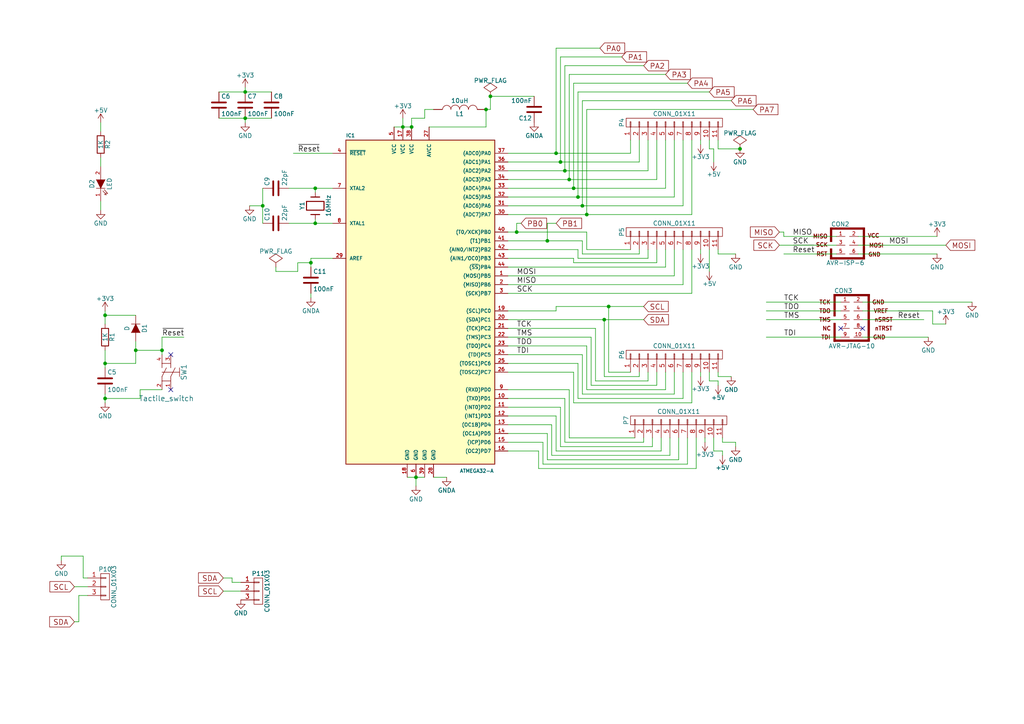
<source format=kicad_sch>
(kicad_sch (version 20230121) (generator eeschema)
  (paper "A4")
  (lib_symbols
    (symbol "i2cio-rescue:+3.3V" (power) (pin_names (offset 0))
      (property "Value" "+3.3V" (at 0 3.556 0))
      (symbol "+3.3V_0_1"
        (polyline (pts (xy -0.762 1.27) (xy 0 2.54)))
        (polyline (pts (xy 0 0) (xy 0 2.54)))
        (polyline (pts (xy 0 2.54) (xy 0.762 1.27)))
      )
      (symbol "+3.3V_1_1"
        (pin power_in line (at 0 0 90) (length 0) hide (name "+3V3") (number "1"))
      )
    )
    (symbol "i2cio-rescue:+5V" (power) (pin_names (offset 0))
      (property "Value" "+5V" (at 0 3.556 0))
      (symbol "+5V_0_1"
        (polyline (pts (xy -0.762 1.27) (xy 0 2.54)))
        (polyline (pts (xy 0 0) (xy 0 2.54)))
        (polyline (pts (xy 0 2.54) (xy 0.762 1.27)))
      )
      (symbol "+5V_1_1"
        (pin power_in line (at 0 0 90) (length 0) hide (name "+5V") (number "1"))
      )
    )
    (symbol "i2cio-rescue:ATMEGA32-A" (pin_names (offset 1.016))
      (property "Reference" "IC" (at -21.59 47.752 0))
      (property "Value" "ATMEGA32-A" (at 11.43 -49.53 0))
      (property "Footprint" "TQFP44" (at 0 0 0))
      (symbol "ATMEGA32-A_0_1"
        (rectangle (start -21.59 46.99) (end 21.59 -46.99) (stroke (width 0.254)) (fill (type background)))
      )
      (symbol "ATMEGA32-A_1_1"
        (pin bidirectional line (at 25.4 7.62 180) (length 3.81) (name "(MOSI)PB5") (number "1"))
        (pin bidirectional line (at 25.4 -27.94 180) (length 3.81) (name "(TXD)PD1") (number "10"))
        (pin bidirectional line (at 25.4 -30.48 180) (length 3.81) (name "(INT0)PD2") (number "11"))
        (pin bidirectional line (at 25.4 -33.02 180) (length 3.81) (name "(INT1)PD3") (number "12"))
        (pin bidirectional line (at 25.4 -35.56 180) (length 3.81) (name "(OC1B)PD4") (number "13"))
        (pin bidirectional line (at 25.4 -38.1 180) (length 3.81) (name "(OC1A)PD5") (number "14"))
        (pin bidirectional line (at 25.4 -40.64 180) (length 3.81) (name "(ICP)PD6") (number "15"))
        (pin bidirectional line (at 25.4 -43.18 180) (length 3.81) (name "(OC2)PD7") (number "16"))
        (pin power_in line (at -5.08 50.8 270) (length 3.81) (name "VCC") (number "17"))
        (pin power_in line (at -3.81 -50.8 90) (length 3.81) (name "GND") (number "18"))
        (pin bidirectional line (at 25.4 -2.54 180) (length 3.81) (name "(SCL)PC0") (number "19"))
        (pin bidirectional line (at 25.4 5.08 180) (length 3.81) (name "(MISO)PB6") (number "2"))
        (pin bidirectional line (at 25.4 -5.08 180) (length 3.81) (name "(SDA)PC1") (number "20"))
        (pin bidirectional line (at 25.4 -7.62 180) (length 3.81) (name "(TCK)PC2") (number "21"))
        (pin bidirectional line (at 25.4 -10.16 180) (length 3.81) (name "(TMS)PC3") (number "22"))
        (pin bidirectional line (at 25.4 -12.7 180) (length 3.81) (name "(TDO)PC4") (number "23"))
        (pin bidirectional line (at 25.4 -15.24 180) (length 3.81) (name "(TDI)PC5") (number "24"))
        (pin bidirectional line (at 25.4 -17.78 180) (length 3.81) (name "(TOSC1)PC6") (number "25"))
        (pin bidirectional line (at 25.4 -20.32 180) (length 3.81) (name "(TOSC2)PC7") (number "26"))
        (pin power_in line (at 2.54 50.8 270) (length 3.81) (name "AVCC") (number "27"))
        (pin power_in line (at 3.81 -50.8 90) (length 3.81) (name "GND") (number "28"))
        (pin power_in line (at -25.4 12.7 0) (length 3.81) (name "AREF") (number "29"))
        (pin bidirectional line (at 25.4 2.54 180) (length 3.81) (name "(SCK)PB7") (number "3"))
        (pin bidirectional line (at 25.4 25.4 180) (length 3.81) (name "(ADC7)PA7") (number "30"))
        (pin bidirectional line (at 25.4 27.94 180) (length 3.81) (name "(ADC6)PA6") (number "31"))
        (pin bidirectional line (at 25.4 30.48 180) (length 3.81) (name "(ADC5)PA5") (number "32"))
        (pin bidirectional line (at 25.4 33.02 180) (length 3.81) (name "(ADC4)PA4") (number "33"))
        (pin bidirectional line (at 25.4 35.56 180) (length 3.81) (name "(ADC3)PA3") (number "34"))
        (pin bidirectional line (at 25.4 38.1 180) (length 3.81) (name "(ADC2)PA2") (number "35"))
        (pin bidirectional line (at 25.4 40.64 180) (length 3.81) (name "(ADC1)PA1") (number "36"))
        (pin bidirectional line (at 25.4 43.18 180) (length 3.81) (name "(ADC0)PA0") (number "37"))
        (pin power_in line (at -2.54 50.8 270) (length 3.81) (name "VCC") (number "38"))
        (pin power_in line (at 1.27 -50.8 90) (length 3.81) (name "GND") (number "39"))
        (pin input line (at -25.4 43.18 0) (length 3.81) (name "~{RESET}") (number "4"))
        (pin bidirectional line (at 25.4 20.32 180) (length 3.81) (name "(T0/XCK)PB0") (number "40"))
        (pin bidirectional line (at 25.4 17.78 180) (length 3.81) (name "(T1)PB1") (number "41"))
        (pin bidirectional line (at 25.4 15.24 180) (length 3.81) (name "(AIN0/INT2)PB2") (number "42"))
        (pin bidirectional line (at 25.4 12.7 180) (length 3.81) (name "(AIN1/OC0)PB3") (number "43"))
        (pin bidirectional line (at 25.4 10.16 180) (length 3.81) (name "(~{SS})PB4") (number "44"))
        (pin power_in line (at -7.62 50.8 270) (length 3.81) (name "VCC") (number "5"))
        (pin power_in line (at -1.27 -50.8 90) (length 3.81) (name "GND") (number "6"))
        (pin bidirectional line (at -25.4 33.02 0) (length 3.81) (name "XTAL2") (number "7"))
        (pin bidirectional line (at -25.4 22.86 0) (length 3.81) (name "XTAL1") (number "8"))
        (pin bidirectional line (at 25.4 -25.4 180) (length 3.81) (name "(RXD)PD0") (number "9"))
      )
    )
    (symbol "i2cio-rescue:AVR-ISP-6" (pin_names (offset 1.016))
      (property "Reference" "CON" (at -2.667 6.096 0))
      (property "Value" "AVR-ISP-6" (at -6.731 -5.842 0))
      (symbol "AVR-ISP-6_0_0"
        (text "SCK" (at -8.001 0.127 0) (effects (font (size 1.143 1.143) bold)))
        (text "VCC" (at 6.985 2.794 0) (effects (font (size 1.143 1.143) bold)))
      )
      (symbol "AVR-ISP-6_0_1"
        (rectangle (start -5.207 -3.556) (end 4.191 -4.064) (fill (type outline)))
        (rectangle (start -5.207 5.08) (end 3.937 4.572) (fill (type outline)))
        (rectangle (start -5.08 -4.064) (end -5.588 -1.016) (fill (type outline)))
        (rectangle (start -5.08 5.08) (end -5.588 1.016) (fill (type outline)))
        (rectangle (start 3.937 5.08) (end 4.445 -4.064) (fill (type outline)))
      )
      (symbol "AVR-ISP-6_1_0"
        (text "GND" (at 7.239 -2.667 0) (effects (font (size 1.143 1.143) bold)))
        (text "MISO" (at -8.4582 2.5908 0) (effects (font (size 1.143 1.143) bold)))
        (text "MOSI" (at 7.7978 -0.0508 0) (effects (font (size 1.143 1.143) bold)))
        (text "RST" (at -8.001 -2.54 0) (effects (font (size 1.143 1.143) bold)))
      )
      (symbol "AVR-ISP-6_1_1"
        (pin passive line (at -3.81 2.54 0) (length 2.54) (name "~") (number "1"))
        (pin passive line (at 2.54 2.54 180) (length 2.54) (name "~") (number "2"))
        (pin passive line (at -3.81 0 0) (length 2.54) (name "~") (number "3"))
        (pin passive line (at 2.54 0 180) (length 2.54) (name "~") (number "4"))
        (pin passive line (at -3.81 -2.54 0) (length 2.54) (name "~") (number "5"))
        (pin passive line (at 2.54 -2.54 180) (length 2.54) (name "~") (number "6"))
      )
    )
    (symbol "i2cio-rescue:AVR-JTAG-10" (pin_names (offset 1.016))
      (property "Reference" "CON" (at -4.318 8.382 0))
      (property "Value" "AVR-JTAG-10" (at -8.636 -8.382 0))
      (symbol "AVR-JTAG-10_0_0"
        (text "GND" (at 5.842 5.08 0) (effects (font (size 1.143 1.143) bold)))
        (text "NC" (at -9.144 -2.54 0) (effects (font (size 1.143 1.143) bold)))
      )
      (symbol "AVR-JTAG-10_0_1"
        (rectangle (start -7.112 -5.842) (end 3.302 -6.35) (fill (type outline)))
        (rectangle (start -7.112 -1.016) (end -6.604 -6.35) (fill (type outline)))
        (rectangle (start -6.604 7.366) (end -7.112 1.016) (fill (type outline)))
        (rectangle (start -6.604 7.366) (end 3.302 6.858) (fill (type outline)))
        (rectangle (start 2.794 7.366) (end 3.302 -5.842) (fill (type outline)))
      )
      (symbol "AVR-JTAG-10_1_0"
        (text "GND" (at 6.096 -5.08 0) (effects (font (size 1.143 1.143) bold)))
        (text "nSRST" (at 7.366 0 0) (effects (font (size 1.143 1.143) bold)))
        (text "nTRST" (at 7.366 -2.54 0) (effects (font (size 1.143 1.143) bold)))
        (text "TCK" (at -9.652 5.08 0) (effects (font (size 1.143 1.143) bold)))
        (text "TDI" (at -9.398 -5.08 0) (effects (font (size 1.143 1.143) bold)))
        (text "TDO" (at -9.652 2.54 0) (effects (font (size 1.143 1.143) bold)))
        (text "TMS" (at -9.652 0 0) (effects (font (size 1.143 1.143) bold)))
        (text "VREF" (at 6.604 2.54 0) (effects (font (size 1.143 1.143) bold)))
      )
      (symbol "AVR-JTAG-10_1_1"
        (pin passive line (at -5.08 5.08 0) (length 2.54) (name "~") (number "1"))
        (pin passive line (at 1.27 -5.08 180) (length 2.54) (name "~") (number "10"))
        (pin passive line (at 1.27 5.08 180) (length 2.54) (name "~") (number "2"))
        (pin passive line (at -5.08 2.54 0) (length 2.54) (name "~") (number "3"))
        (pin passive line (at 1.27 2.54 180) (length 2.54) (name "~") (number "4"))
        (pin passive line (at -5.08 0 0) (length 2.54) (name "~") (number "5"))
        (pin passive line (at 1.27 0 180) (length 2.54) (name "~") (number "6"))
        (pin passive line (at -5.08 -2.54 0) (length 2.54) (name "~") (number "7"))
        (pin passive line (at 1.27 -2.54 180) (length 2.54) (name "~") (number "8"))
        (pin passive line (at -5.08 -5.08 0) (length 2.54) (name "~") (number "9"))
      )
    )
    (symbol "i2cio-rescue:C" (pin_numbers hide) (pin_names (offset 0.254))
      (property "Reference" "C" (at 0.635 2.54 0))
      (property "Value" "C" (at 0.635 -2.54 0))
      (symbol "C_0_1"
        (polyline (pts (xy -2.032 -0.762) (xy 2.032 -0.762)) (stroke (width 0.508)))
        (polyline (pts (xy -2.032 0.762) (xy 2.032 0.762)) (stroke (width 0.508)))
      )
      (symbol "C_1_1"
        (pin passive line (at 0 3.81 270) (length 2.794) (name "~") (number "1"))
        (pin passive line (at 0 -3.81 90) (length 2.794) (name "~") (number "2"))
      )
    )
    (symbol "i2cio-rescue:CONN_01X03" (pin_names (offset 1.016) hide)
      (property "Reference" "P" (at 0 5.08 0))
      (property "Value" "CONN_01X03" (at 2.54 0 90))
      (symbol "CONN_01X03_0_1"
        (rectangle (start -1.27 -2.413) (end 0.254 -2.667))
        (rectangle (start -1.27 0.127) (end 0.254 -0.127))
        (rectangle (start -1.27 2.667) (end 0.254 2.413))
        (rectangle (start -1.27 3.81) (end 1.27 -3.81))
      )
      (symbol "CONN_01X03_1_1"
        (pin passive line (at -5.08 2.54 0) (length 3.81) (name "P1") (number "1"))
        (pin passive line (at -5.08 0 0) (length 3.81) (name "P2") (number "2"))
        (pin passive line (at -5.08 -2.54 0) (length 3.81) (name "P3") (number "3"))
      )
    )
    (symbol "i2cio-rescue:CONN_01X11" (pin_names (offset 1.016) hide)
      (property "Reference" "P" (at 0 15.24 0))
      (property "Value" "CONN_01X11" (at 2.54 0 90))
      (symbol "CONN_01X11_0_1"
        (rectangle (start -1.27 -12.573) (end 0.254 -12.827))
        (rectangle (start -1.27 -10.033) (end 0.254 -10.287))
        (rectangle (start -1.27 -7.493) (end 0.254 -7.747))
        (rectangle (start -1.27 -4.953) (end 0.254 -5.207))
        (rectangle (start -1.27 -2.413) (end 0.254 -2.667))
        (rectangle (start -1.27 0.127) (end 0.254 -0.127))
        (rectangle (start -1.27 2.667) (end 0.254 2.413))
        (rectangle (start -1.27 5.207) (end 0.254 4.953))
        (rectangle (start -1.27 7.747) (end 0.254 7.493))
        (rectangle (start -1.27 10.287) (end 0.254 10.033))
        (rectangle (start -1.27 12.827) (end 0.254 12.573))
        (rectangle (start -1.27 13.97) (end 1.27 -13.97))
      )
      (symbol "CONN_01X11_1_1"
        (pin passive line (at -5.08 12.7 0) (length 3.81) (name "P1") (number "1"))
        (pin passive line (at -5.08 -10.16 0) (length 3.81) (name "P10") (number "10"))
        (pin passive line (at -5.08 -12.7 0) (length 3.81) (name "P11") (number "11"))
        (pin passive line (at -5.08 10.16 0) (length 3.81) (name "P2") (number "2"))
        (pin passive line (at -5.08 7.62 0) (length 3.81) (name "P3") (number "3"))
        (pin passive line (at -5.08 5.08 0) (length 3.81) (name "P4") (number "4"))
        (pin passive line (at -5.08 2.54 0) (length 3.81) (name "P5") (number "5"))
        (pin passive line (at -5.08 0 0) (length 3.81) (name "P6") (number "6"))
        (pin passive line (at -5.08 -2.54 0) (length 3.81) (name "P7") (number "7"))
        (pin passive line (at -5.08 -5.08 0) (length 3.81) (name "P8") (number "8"))
        (pin passive line (at -5.08 -7.62 0) (length 3.81) (name "P9") (number "9"))
      )
    )
    (symbol "i2cio-rescue:Crystal" (pin_numbers hide) (pin_names (offset 1.016) hide)
      (property "Reference" "Y" (at 0 3.81 0))
      (property "Value" "Crystal" (at 0 -3.81 0))
      (symbol "Crystal_0_1"
        (rectangle (start -1.27 2.54) (end 1.27 -2.54) (stroke (width 0.3048)))
        (polyline (pts (xy -2.54 -1.27) (xy -2.54 1.27)) (stroke (width 0.3048)))
        (polyline (pts (xy 2.54 -1.27) (xy 2.54 1.27)) (stroke (width 0.3048)))
      )
      (symbol "Crystal_1_1"
        (pin passive line (at -3.81 0 0) (length 1.27) (name "1") (number "1"))
        (pin passive line (at 3.81 0 180) (length 1.27) (name "2") (number "2"))
      )
    )
    (symbol "i2cio-rescue:D" (pin_numbers hide) (pin_names (offset 1.016) hide)
      (property "Reference" "D" (at 0 2.54 0))
      (property "Value" "D" (at 0 -2.54 0))
      (symbol "D_0_1"
        (polyline (pts (xy -1.27 1.27) (xy -1.27 -1.27)) (stroke (width 0.1524)))
        (polyline (pts (xy 1.27 1.27) (xy -1.27 0) (xy 1.27 -1.27)) (fill (type outline)))
      )
      (symbol "D_1_1"
        (pin passive line (at -3.81 0 0) (length 2.54) (name "K") (number "1"))
        (pin passive line (at 3.81 0 180) (length 2.54) (name "A") (number "2"))
      )
    )
    (symbol "i2cio-rescue:GND" (power) (pin_names (offset 0))
      (property "Value" "GND" (at 0 -3.81 0))
      (symbol "GND_0_1"
        (polyline (pts (xy 0 0) (xy 0 -1.27) (xy 1.27 -1.27) (xy 0 -2.54) (xy -1.27 -1.27) (xy 0 -1.27)))
      )
      (symbol "GND_1_1"
        (pin power_in line (at 0 0 270) (length 0) hide (name "GND") (number "1"))
      )
    )
    (symbol "i2cio-rescue:GNDA" (power) (pin_names (offset 0))
      (property "Value" "GNDA" (at 0 -3.81 0))
      (symbol "GNDA_0_1"
        (polyline (pts (xy 0 0) (xy 0 -1.27) (xy 1.27 -1.27) (xy 0 -2.54) (xy -1.27 -1.27) (xy 0 -1.27)))
      )
      (symbol "GNDA_1_1"
        (pin power_in line (at 0 0 270) (length 0) hide (name "GNDA") (number "1"))
      )
    )
    (symbol "i2cio-rescue:INDUCTOR" (pin_numbers hide) (pin_names (offset 1.016) hide)
      (property "Reference" "L" (at -1.27 0 90))
      (property "Value" "INDUCTOR" (at 2.54 0 90))
      (symbol "INDUCTOR_0_1"
        (arc (start 0.0254 -5.0546) (mid 1.2449 -3.8097) (end 0.0254 -2.54))
        (arc (start 0.0254 -2.5146) (mid 1.2703 -1.2444) (end 0.0254 0.0508))
        (arc (start 0.0254 0.0254) (mid 1.2703 1.2956) (end 0.0254 2.5908))
        (arc (start 0.0254 2.5654) (mid 1.1941 3.7595) (end 0.0254 4.9784))
      )
      (symbol "INDUCTOR_1_1"
        (pin passive line (at 0 7.62 270) (length 2.54) (name "1") (number "1"))
        (pin passive line (at 0 -7.62 90) (length 2.54) (name "2") (number "2"))
      )
    )
    (symbol "i2cio-rescue:LED" (pin_names (offset 1.016) hide)
      (property "Reference" "D" (at 0 2.54 0))
      (property "Value" "LED" (at 0 -2.54 0))
      (symbol "LED_0_1"
        (polyline (pts (xy -1.27 1.27) (xy -1.27 -1.27)))
        (polyline (pts (xy -2.032 -0.635) (xy -3.175 -1.651) (xy -3.048 -1.016)))
        (polyline (pts (xy -1.651 -1.016) (xy -2.794 -2.032) (xy -2.667 -1.397)))
        (polyline (pts (xy 1.27 1.27) (xy -1.27 0) (xy 1.27 -1.27)) (fill (type outline)))
      )
      (symbol "LED_1_1"
        (pin passive line (at -5.08 0 0) (length 3.81) (name "K") (number "1"))
        (pin passive line (at 5.08 0 180) (length 3.81) (name "A") (number "2"))
      )
    )
    (symbol "i2cio-rescue:PWR_FLAG" (power) (pin_numbers hide) (pin_names (offset 0) hide)
      (property "Value" "PWR_FLAG" (at 0 4.572 0))
      (symbol "PWR_FLAG_0_0"
        (pin power_out line (at 0 0 90) (length 0) (name "pwr") (number "1"))
      )
      (symbol "PWR_FLAG_0_1"
        (polyline (pts (xy 0 0) (xy 0 1.27) (xy -1.905 2.54) (xy 0 3.81) (xy 1.905 2.54) (xy 0 1.27)))
      )
    )
    (symbol "i2cio-rescue:R" (pin_numbers hide) (pin_names (offset 0))
      (property "Reference" "R" (at 2.032 0 90))
      (property "Value" "R" (at 0 0 90))
      (symbol "R_0_1"
        (rectangle (start -1.016 -2.54) (end 1.016 2.54) (stroke (width 0.254)))
      )
      (symbol "R_1_1"
        (pin passive line (at 0 3.81 270) (length 1.27) (name "~") (number "1"))
        (pin passive line (at 0 -3.81 90) (length 1.27) (name "~") (number "2"))
      )
    )
    (symbol "i2cio-rescue:Tactile_switch" (pin_names (offset 1.016))
      (property "Reference" "SW" (at 0 6.35 0))
      (property "Value" "Tactile_switch" (at 0 -1.27 0))
      (symbol "Tactile_switch_0_1"
        (polyline (pts (xy -2.54 0) (xy -2.54 2.54)))
        (polyline (pts (xy -2.54 0) (xy -1.27 0)))
        (polyline (pts (xy -2.54 2.54) (xy -1.27 2.54)))
        (polyline (pts (xy -1.27 5.08) (xy 1.27 5.08)))
        (polyline (pts (xy 0 0) (xy 0 5.08)))
        (polyline (pts (xy 1.27 0) (xy -1.27 1.27)))
        (polyline (pts (xy 1.27 0) (xy 2.54 0)))
        (polyline (pts (xy 1.27 2.54) (xy -1.27 3.81)))
        (polyline (pts (xy 1.27 2.54) (xy 2.54 2.54)))
        (polyline (pts (xy 2.54 0) (xy 2.54 2.54)))
      )
      (symbol "Tactile_switch_1_1"
        (pin input line (at 5.08 2.54 180) (length 2.54) (name "~") (number "1"))
        (pin bidirectional line (at 5.08 0 180) (length 2.54) (name "~") (number "2"))
        (pin bidirectional line (at -5.08 2.54 0) (length 2.54) (name "~") (number "3"))
        (pin bidirectional line (at -5.08 0 0) (length 2.54) (name "~") (number "4"))
      )
    )
  )
  (junction (at 91.44 64.77))
  (junction (at 39.37 101.6))
  (junction (at 149.86 67.31))
  (junction (at 30.48 105.41))
  (junction (at 176.53 88.9))
  (junction (at 166.37 54.61))
  (junction (at 167.64 57.15))
  (junction (at 161.29 44.45))
  (junction (at 76.2 59.69))
  (junction (at 116.84 36.83))
  (junction (at 120.65 138.43))
  (junction (at 170.18 62.23))
  (junction (at 142.24 27.94))
  (junction (at 162.56 46.99))
  (junction (at 71.12 26.67))
  (junction (at 163.83 49.53))
  (junction (at 168.91 59.69))
  (junction (at 140.97 31.75))
  (junction (at 71.12 34.29))
  (junction (at 90.17 76.2))
  (junction (at 91.44 54.61))
  (junction (at 165.1 52.07))
  (junction (at 214.63 43.18))
  (junction (at 30.48 115.57))
  (junction (at 158.75 69.85))
  (junction (at 175.26 92.71))
  (junction (at 119.38 36.83))
  (junction (at 30.48 91.44))
  (junction (at 46.99 101.6))
  (no_connect (at 49.53 113.03))
  (no_connect (at 243.84 95.25))
  (no_connect (at 49.53 102.87))
  (no_connect (at 250.19 95.25))
  (wire (pts (xy 123.19 34.29) (xy 123.19 31.75)))
  (wire (pts (xy 187.96 49.53) (xy 187.96 40.64)))
  (wire (pts (xy 39.37 101.6) (xy 46.99 101.6)))
  (wire (pts (xy 182.88 44.45) (xy 182.88 40.64)))
  (wire (pts (xy 116.84 36.83) (xy 116.84 34.29)))
  (wire (pts (xy 199.39 134.62) (xy 199.39 127)))
  (wire (pts (xy 72.39 59.69) (xy 76.2 59.69)))
  (wire (pts (xy 91.44 55.88) (xy 91.44 54.61)))
  (wire (pts (xy 248.92 68.58) (xy 271.78 68.58)))
  (wire (pts (xy 147.32 107.95) (xy 166.37 107.95)))
  (wire (pts (xy 147.32 54.61) (xy 166.37 54.61)))
  (wire (pts (xy 90.17 74.93) (xy 96.52 74.93)))
  (wire (pts (xy 243.84 90.17) (xy 222.25 90.17)))
  (wire (pts (xy 147.32 46.99) (xy 162.56 46.99)))
  (wire (pts (xy 190.5 76.2) (xy 190.5 72.39)))
  (wire (pts (xy 170.18 62.23) (xy 200.66 62.23)))
  (wire (pts (xy 142.24 27.94) (xy 154.94 27.94)))
  (wire (pts (xy 30.48 114.3) (xy 30.48 115.57)))
  (wire (pts (xy 160.02 132.08) (xy 194.31 132.08)))
  (wire (pts (xy 147.32 90.17) (xy 161.29 90.17)))
  (wire (pts (xy 158.75 133.35) (xy 196.85 133.35)))
  (wire (pts (xy 226.06 71.12) (xy 242.57 71.12)))
  (wire (pts (xy 116.84 36.83) (xy 119.38 36.83)))
  (wire (pts (xy 120.65 138.43) (xy 120.65 140.97)))
  (wire (pts (xy 91.44 63.5) (xy 91.44 64.77)))
  (wire (pts (xy 156.21 130.81) (xy 156.21 135.89)))
  (wire (pts (xy 250.19 87.63) (xy 281.94 87.63)))
  (wire (pts (xy 163.83 128.27) (xy 186.69 128.27)))
  (wire (pts (xy 168.91 29.21) (xy 168.91 59.69)))
  (wire (pts (xy 167.64 57.15) (xy 195.58 57.15)))
  (wire (pts (xy 21.59 170.18) (xy 25.4 170.18)))
  (wire (pts (xy 147.32 85.09) (xy 200.66 85.09)))
  (wire (pts (xy 165.1 21.59) (xy 165.1 52.07)))
  (wire (pts (xy 185.42 73.66) (xy 185.42 72.39)))
  (wire (pts (xy 170.18 113.03) (xy 193.04 113.03)))
  (wire (pts (xy 123.19 31.75) (xy 125.73 31.75)))
  (wire (pts (xy 29.21 38.1) (xy 29.21 35.56)))
  (wire (pts (xy 162.56 129.54) (xy 189.23 129.54)))
  (wire (pts (xy 140.97 31.75) (xy 142.24 31.75)))
  (wire (pts (xy 176.53 88.9) (xy 186.69 88.9)))
  (wire (pts (xy 76.2 59.69) (xy 76.2 64.77)))
  (wire (pts (xy 30.48 105.41) (xy 30.48 106.68)))
  (wire (pts (xy 170.18 100.33) (xy 170.18 113.03)))
  (wire (pts (xy 205.74 40.64) (xy 205.74 43.18)))
  (wire (pts (xy 147.32 52.07) (xy 165.1 52.07)))
  (wire (pts (xy 147.32 77.47) (xy 193.04 77.47)))
  (wire (pts (xy 189.23 129.54) (xy 189.23 127)))
  (wire (pts (xy 218.44 31.75) (xy 170.18 31.75)))
  (wire (pts (xy 24.13 161.29) (xy 17.78 161.29)))
  (wire (pts (xy 171.45 97.79) (xy 171.45 111.76)))
  (wire (pts (xy 71.12 26.67) (xy 71.12 25.4)))
  (wire (pts (xy 161.29 88.9) (xy 176.53 88.9)))
  (wire (pts (xy 83.82 64.77) (xy 91.44 64.77)))
  (wire (pts (xy 46.99 97.79) (xy 46.99 101.6)))
  (wire (pts (xy 186.69 19.05) (xy 163.83 19.05)))
  (wire (pts (xy 200.66 62.23) (xy 200.66 40.64)))
  (wire (pts (xy 22.86 172.72) (xy 25.4 172.72)))
  (wire (pts (xy 242.57 73.66) (xy 227.33 73.66)))
  (wire (pts (xy 172.72 95.25) (xy 172.72 110.49)))
  (wire (pts (xy 250.19 97.79) (xy 269.24 97.79)))
  (wire (pts (xy 203.2 40.64) (xy 203.2 41.91)))
  (wire (pts (xy 147.32 125.73) (xy 158.75 125.73)))
  (wire (pts (xy 208.28 109.22) (xy 212.09 109.22)))
  (wire (pts (xy 147.32 120.65) (xy 161.29 120.65)))
  (wire (pts (xy 22.86 180.34) (xy 22.86 172.72)))
  (wire (pts (xy 147.32 74.93) (xy 166.37 74.93)))
  (wire (pts (xy 17.78 161.29) (xy 17.78 162.56)))
  (wire (pts (xy 46.99 101.6) (xy 46.99 102.87)))
  (wire (pts (xy 193.04 54.61) (xy 193.04 40.64)))
  (wire (pts (xy 114.3 36.83) (xy 116.84 36.83)))
  (wire (pts (xy 166.37 116.84) (xy 200.66 116.84)))
  (wire (pts (xy 195.58 114.3) (xy 195.58 107.95)))
  (wire (pts (xy 204.47 128.27) (xy 204.47 127)))
  (wire (pts (xy 162.56 118.11) (xy 162.56 129.54)))
  (wire (pts (xy 161.29 130.81) (xy 191.77 130.81)))
  (wire (pts (xy 167.64 115.57) (xy 198.12 115.57)))
  (wire (pts (xy 147.32 97.79) (xy 171.45 97.79)))
  (wire (pts (xy 167.64 72.39) (xy 167.64 74.93)))
  (wire (pts (xy 200.66 116.84) (xy 200.66 107.95)))
  (wire (pts (xy 173.99 13.97) (xy 161.29 13.97)))
  (wire (pts (xy 71.12 26.67) (xy 78.74 26.67)))
  (wire (pts (xy 209.55 130.81) (xy 209.55 132.08)))
  (wire (pts (xy 180.34 16.51) (xy 162.56 16.51)))
  (wire (pts (xy 165.1 127) (xy 184.15 127)))
  (wire (pts (xy 30.48 101.6) (xy 30.48 105.41)))
  (wire (pts (xy 158.75 69.85) (xy 168.91 69.85)))
  (wire (pts (xy 208.28 107.95) (xy 208.28 109.22)))
  (wire (pts (xy 208.28 72.39) (xy 208.28 73.66)))
  (wire (pts (xy 156.21 135.89) (xy 201.93 135.89)))
  (wire (pts (xy 205.74 107.95) (xy 205.74 110.49)))
  (wire (pts (xy 170.18 67.31) (xy 170.18 72.39)))
  (wire (pts (xy 147.32 130.81) (xy 156.21 130.81)))
  (wire (pts (xy 209.55 128.27) (xy 213.36 128.27)))
  (wire (pts (xy 175.26 92.71) (xy 175.26 109.22)))
  (wire (pts (xy 208.28 73.66) (xy 213.36 73.66)))
  (wire (pts (xy 185.42 46.99) (xy 185.42 40.64)))
  (wire (pts (xy 185.42 109.22) (xy 185.42 107.95)))
  (wire (pts (xy 147.32 100.33) (xy 170.18 100.33)))
  (wire (pts (xy 166.37 74.93) (xy 166.37 76.2)))
  (wire (pts (xy 29.21 45.72) (xy 29.21 48.26)))
  (wire (pts (xy 40.64 113.03) (xy 40.64 115.57)))
  (wire (pts (xy 163.83 49.53) (xy 187.96 49.53)))
  (wire (pts (xy 165.1 52.07) (xy 190.5 52.07)))
  (wire (pts (xy 24.13 161.29) (xy 24.13 167.64)))
  (wire (pts (xy 147.32 105.41) (xy 167.64 105.41)))
  (wire (pts (xy 270.51 90.17) (xy 270.51 93.98)))
  (wire (pts (xy 118.11 138.43) (xy 120.65 138.43)))
  (wire (pts (xy 147.32 67.31) (xy 149.86 67.31)))
  (wire (pts (xy 40.64 115.57) (xy 30.48 115.57)))
  (wire (pts (xy 30.48 90.17) (xy 30.48 91.44)))
  (wire (pts (xy 91.44 64.77) (xy 96.52 64.77)))
  (wire (pts (xy 212.09 29.21) (xy 168.91 29.21)))
  (wire (pts (xy 142.24 31.75) (xy 142.24 27.94)))
  (wire (pts (xy 209.55 127) (xy 209.55 128.27)))
  (wire (pts (xy 195.58 80.01) (xy 195.58 72.39)))
  (wire (pts (xy 243.84 92.71) (xy 222.25 92.71)))
  (wire (pts (xy 201.93 135.89) (xy 201.93 127)))
  (wire (pts (xy 190.5 52.07) (xy 190.5 40.64)))
  (wire (pts (xy 198.12 59.69) (xy 198.12 40.64)))
  (wire (pts (xy 205.74 43.18) (xy 207.01 43.18)))
  (wire (pts (xy 120.65 138.43) (xy 123.19 138.43)))
  (wire (pts (xy 162.56 46.99) (xy 185.42 46.99)))
  (wire (pts (xy 86.36 76.2) (xy 90.17 76.2)))
  (wire (pts (xy 39.37 105.41) (xy 30.48 105.41)))
  (wire (pts (xy 157.48 134.62) (xy 199.39 134.62)))
  (wire (pts (xy 147.32 102.87) (xy 168.91 102.87)))
  (wire (pts (xy 71.12 34.29) (xy 71.12 35.56)))
  (wire (pts (xy 270.51 93.98) (xy 274.32 93.98)))
  (wire (pts (xy 147.32 115.57) (xy 163.83 115.57)))
  (wire (pts (xy 40.64 113.03) (xy 46.99 113.03)))
  (wire (pts (xy 161.29 44.45) (xy 182.88 44.45)))
  (wire (pts (xy 90.17 76.2) (xy 90.17 77.47)))
  (wire (pts (xy 208.28 40.64) (xy 208.28 43.18)))
  (wire (pts (xy 90.17 86.36) (xy 90.17 85.09)))
  (wire (pts (xy 166.37 107.95) (xy 166.37 116.84)))
  (wire (pts (xy 161.29 120.65) (xy 161.29 130.81)))
  (wire (pts (xy 161.29 13.97) (xy 161.29 44.45)))
  (wire (pts (xy 248.92 71.12) (xy 274.32 71.12)))
  (wire (pts (xy 170.18 72.39) (xy 182.88 72.39)))
  (wire (pts (xy 158.75 64.77) (xy 158.75 69.85)))
  (wire (pts (xy 147.32 118.11) (xy 162.56 118.11)))
  (wire (pts (xy 167.64 26.67) (xy 205.74 26.67)))
  (wire (pts (xy 124.46 36.83) (xy 140.97 36.83)))
  (wire (pts (xy 207.01 43.18) (xy 207.01 46.99)))
  (wire (pts (xy 193.04 77.47) (xy 193.04 72.39)))
  (wire (pts (xy 168.91 59.69) (xy 198.12 59.69)))
  (wire (pts (xy 242.57 68.58) (xy 227.33 68.58)))
  (wire (pts (xy 67.31 167.64) (xy 67.31 168.91)))
  (wire (pts (xy 168.91 114.3) (xy 195.58 114.3)))
  (wire (pts (xy 187.96 74.93) (xy 187.96 72.39)))
  (wire (pts (xy 199.39 24.13) (xy 166.37 24.13)))
  (wire (pts (xy 29.21 58.42) (xy 29.21 60.96)))
  (wire (pts (xy 96.52 44.45) (xy 85.09 44.45)))
  (wire (pts (xy 161.29 90.17) (xy 161.29 88.9)))
  (wire (pts (xy 147.32 57.15) (xy 167.64 57.15)))
  (wire (pts (xy 205.74 72.39) (xy 205.74 78.74)))
  (wire (pts (xy 203.2 72.39) (xy 203.2 73.66)))
  (wire (pts (xy 30.48 115.57) (xy 30.48 116.84)))
  (wire (pts (xy 162.56 16.51) (xy 162.56 46.99)))
  (wire (pts (xy 39.37 99.06) (xy 39.37 101.6)))
  (wire (pts (xy 160.02 123.19) (xy 160.02 132.08)))
  (wire (pts (xy 195.58 57.15) (xy 195.58 40.64)))
  (wire (pts (xy 149.86 64.77) (xy 149.86 67.31)))
  (wire (pts (xy 147.32 128.27) (xy 157.48 128.27)))
  (wire (pts (xy 39.37 101.6) (xy 39.37 105.41)))
  (wire (pts (xy 203.2 107.95) (xy 203.2 109.22)))
  (wire (pts (xy 86.36 78.74) (xy 86.36 76.2)))
  (wire (pts (xy 194.31 132.08) (xy 194.31 127)))
  (wire (pts (xy 147.32 59.69) (xy 168.91 59.69)))
  (wire (pts (xy 207.01 127) (xy 207.01 130.81)))
  (wire (pts (xy 198.12 82.55) (xy 198.12 72.39)))
  (wire (pts (xy 80.01 77.47) (xy 80.01 78.74)))
  (wire (pts (xy 187.96 110.49) (xy 187.96 107.95)))
  (wire (pts (xy 193.04 21.59) (xy 165.1 21.59)))
  (wire (pts (xy 90.17 74.93) (xy 90.17 76.2)))
  (wire (pts (xy 175.26 92.71) (xy 186.69 92.71)))
  (wire (pts (xy 147.32 49.53) (xy 163.83 49.53)))
  (wire (pts (xy 151.13 64.77) (xy 149.86 64.77)))
  (wire (pts (xy 147.32 82.55) (xy 198.12 82.55)))
  (wire (pts (xy 171.45 111.76) (xy 190.5 111.76)))
  (wire (pts (xy 200.66 85.09) (xy 200.66 72.39)))
  (wire (pts (xy 196.85 133.35) (xy 196.85 127)))
  (wire (pts (xy 168.91 102.87) (xy 168.91 114.3)))
  (wire (pts (xy 165.1 113.03) (xy 165.1 127)))
  (wire (pts (xy 147.32 62.23) (xy 170.18 62.23)))
  (wire (pts (xy 64.77 171.45) (xy 69.85 171.45)))
  (wire (pts (xy 147.32 69.85) (xy 158.75 69.85)))
  (wire (pts (xy 170.18 31.75) (xy 170.18 62.23)))
  (wire (pts (xy 166.37 76.2) (xy 190.5 76.2)))
  (wire (pts (xy 250.19 92.71) (xy 267.97 92.71)))
  (wire (pts (xy 147.32 72.39) (xy 167.64 72.39)))
  (wire (pts (xy 30.48 91.44) (xy 39.37 91.44)))
  (wire (pts (xy 30.48 91.44) (xy 30.48 93.98)))
  (wire (pts (xy 161.29 64.77) (xy 158.75 64.77)))
  (wire (pts (xy 125.73 138.43) (xy 129.54 138.43)))
  (wire (pts (xy 176.53 88.9) (xy 176.53 107.95)))
  (wire (pts (xy 147.32 92.71) (xy 175.26 92.71)))
  (wire (pts (xy 64.77 167.64) (xy 67.31 167.64)))
  (wire (pts (xy 24.13 167.64) (xy 25.4 167.64)))
  (wire (pts (xy 250.19 90.17) (xy 270.51 90.17)))
  (wire (pts (xy 147.32 44.45) (xy 161.29 44.45)))
  (wire (pts (xy 198.12 115.57) (xy 198.12 107.95)))
  (wire (pts (xy 172.72 110.49) (xy 187.96 110.49)))
  (wire (pts (xy 157.48 128.27) (xy 157.48 134.62)))
  (wire (pts (xy 248.92 73.66) (xy 271.78 73.66)))
  (wire (pts (xy 186.69 128.27) (xy 186.69 127)))
  (wire (pts (xy 163.83 19.05) (xy 163.83 49.53)))
  (wire (pts (xy 76.2 54.61) (xy 76.2 59.69)))
  (wire (pts (xy 208.28 43.18) (xy 214.63 43.18)))
  (wire (pts (xy 213.36 128.27) (xy 213.36 129.54)))
  (wire (pts (xy 167.64 105.41) (xy 167.64 115.57)))
  (wire (pts (xy 163.83 115.57) (xy 163.83 128.27)))
  (wire (pts (xy 147.32 80.01) (xy 195.58 80.01)))
  (wire (pts (xy 167.64 74.93) (xy 187.96 74.93)))
  (wire (pts (xy 191.77 130.81) (xy 191.77 127)))
  (wire (pts (xy 207.01 130.81) (xy 209.55 130.81)))
  (wire (pts (xy 63.5 26.67) (xy 71.12 26.67)))
  (wire (pts (xy 147.32 123.19) (xy 160.02 123.19)))
  (wire (pts (xy 168.91 69.85) (xy 168.91 73.66)))
  (wire (pts (xy 147.32 113.03) (xy 165.1 113.03)))
  (wire (pts (xy 193.04 113.03) (xy 193.04 107.95)))
  (wire (pts (xy 227.33 68.58) (xy 227.33 67.31)))
  (wire (pts (xy 83.82 54.61) (xy 91.44 54.61)))
  (wire (pts (xy 149.86 67.31) (xy 170.18 67.31)))
  (wire (pts (xy 158.75 125.73) (xy 158.75 133.35)))
  (wire (pts (xy 176.53 107.95) (xy 182.88 107.95)))
  (wire (pts (xy 119.38 36.83) (xy 119.38 34.29)))
  (wire (pts (xy 167.64 26.67) (xy 167.64 57.15)))
  (wire (pts (xy 190.5 111.76) (xy 190.5 107.95)))
  (wire (pts (xy 166.37 54.61) (xy 193.04 54.61)))
  (wire (pts (xy 243.84 97.79) (xy 222.25 97.79)))
  (wire (pts (xy 63.5 34.29) (xy 71.12 34.29)))
  (wire (pts (xy 205.74 110.49) (xy 208.28 110.49)))
  (wire (pts (xy 243.84 87.63) (xy 222.25 87.63)))
  (wire (pts (xy 91.44 54.61) (xy 96.52 54.61)))
  (wire (pts (xy 46.99 97.79) (xy 53.34 97.79)))
  (wire (pts (xy 140.97 36.83) (xy 140.97 31.75)))
  (wire (pts (xy 119.38 34.29) (xy 123.19 34.29)))
  (wire (pts (xy 166.37 24.13) (xy 166.37 54.61)))
  (wire (pts (xy 67.31 168.91) (xy 69.85 168.91)))
  (wire (pts (xy 168.91 73.66) (xy 185.42 73.66)))
  (wire (pts (xy 227.33 67.31) (xy 226.06 67.31)))
  (wire (pts (xy 175.26 109.22) (xy 185.42 109.22)))
  (wire (pts (xy 80.01 78.74) (xy 86.36 78.74)))
  (wire (pts (xy 71.12 34.29) (xy 78.74 34.29)))
  (wire (pts (xy 21.59 180.34) (xy 22.86 180.34)))
  (wire (pts (xy 147.32 95.25) (xy 172.72 95.25)))
  (wire (pts (xy 208.28 110.49) (xy 208.28 111.76)))
  (label "TDI" (at 227.33 97.79 0) (effects (font (size 1.524 1.524))))
  (label "TDO" (at 227.33 90.17 0) (effects (font (size 1.524 1.524))))
  (label "~{Reset}" (at 86.36 44.45 0) (effects (font (size 1.524 1.524))))
  (label "SCK" (at 149.86 85.09 0) (effects (font (size 1.524 1.524))))
  (label "TCK" (at 227.33 87.63 0) (effects (font (size 1.524 1.524))))
  (label "~{Reset}" (at 260.35 92.71 0) (effects (font (size 1.524 1.524))))
  (label "~{Reset}" (at 229.87 73.66 0) (effects (font (size 1.524 1.524))))
  (label "SCK" (at 229.87 71.12 0) (effects (font (size 1.524 1.524))))
  (label "MOSI" (at 257.81 71.12 0) (effects (font (size 1.524 1.524))))
  (label "TCK" (at 149.86 95.25 0) (effects (font (size 1.524 1.524))))
  (label "TDI" (at 149.86 102.87 0) (effects (font (size 1.524 1.524))))
  (label "TDO" (at 149.86 100.33 0) (effects (font (size 1.524 1.524))))
  (label "MISO" (at 229.87 68.58 0) (effects (font (size 1.524 1.524))))
  (label "MOSI" (at 149.86 80.01 0) (effects (font (size 1.524 1.524))))
  (label "TMS" (at 227.33 92.71 0) (effects (font (size 1.524 1.524))))
  (label "MISO" (at 149.86 82.55 0) (effects (font (size 1.524 1.524))))
  (label "~{Reset}" (at 46.99 97.79 0) (effects (font (size 1.524 1.524))))
  (label "TMS" (at 149.86 97.79 0) (effects (font (size 1.524 1.524))))
  (global_label "SCK" (shape input) (at 226.06 71.12 180) (effects (font (size 1.524 1.524))) (property "Intersheetrefs" "${INTERSHEET_REFS}" (effects hide)))
  (global_label "PA3" (shape input) (at 193.04 21.59 0) (effects (font (size 1.524 1.524))) (property "Intersheetrefs" "${INTERSHEET_REFS}" (effects hide)))
  (global_label "SDA" (shape input) (at 186.69 92.71 0) (effects (font (size 1.524 1.524))) (property "Intersheetrefs" "${INTERSHEET_REFS}" (effects hide)))
  (global_label "PA5" (shape input) (at 205.74 26.67 0) (effects (font (size 1.524 1.524))) (property "Intersheetrefs" "${INTERSHEET_REFS}" (effects hide)))
  (global_label "SDA" (shape input) (at 64.77 167.64 180) (effects (font (size 1.524 1.524))) (property "Intersheetrefs" "${INTERSHEET_REFS}" (effects hide)))
  (global_label "PA6" (shape input) (at 212.09 29.21 0) (effects (font (size 1.524 1.524))) (property "Intersheetrefs" "${INTERSHEET_REFS}" (effects hide)))
  (global_label "MOSI" (shape input) (at 274.32 71.12 0) (effects (font (size 1.524 1.524))) (property "Intersheetrefs" "${INTERSHEET_REFS}" (effects hide)))
  (global_label "PB1" (shape input) (at 161.29 64.77 0) (effects (font (size 1.524 1.524))) (property "Intersheetrefs" "${INTERSHEET_REFS}" (effects hide)))
  (global_label "PA4" (shape input) (at 199.39 24.13 0) (effects (font (size 1.524 1.524))) (property "Intersheetrefs" "${INTERSHEET_REFS}" (effects hide)))
  (global_label "MISO" (shape input) (at 226.06 67.31 180) (effects (font (size 1.524 1.524))) (property "Intersheetrefs" "${INTERSHEET_REFS}" (effects hide)))
  (global_label "PA2" (shape input) (at 186.69 19.05 0) (effects (font (size 1.524 1.524))) (property "Intersheetrefs" "${INTERSHEET_REFS}" (effects hide)))
  (global_label "PA0" (shape input) (at 173.99 13.97 0) (effects (font (size 1.524 1.524))) (property "Intersheetrefs" "${INTERSHEET_REFS}" (effects hide)))
  (global_label "PA1" (shape input) (at 180.34 16.51 0) (effects (font (size 1.524 1.524))) (property "Intersheetrefs" "${INTERSHEET_REFS}" (effects hide)))
  (global_label "SCL" (shape input) (at 21.59 170.18 180) (effects (font (size 1.524 1.524))) (property "Intersheetrefs" "${INTERSHEET_REFS}" (effects hide)))
  (global_label "SCL" (shape input) (at 186.69 88.9 0) (effects (font (size 1.524 1.524))) (property "Intersheetrefs" "${INTERSHEET_REFS}" (effects hide)))
  (global_label "PA7" (shape input) (at 218.44 31.75 0) (effects (font (size 1.524 1.524))) (property "Intersheetrefs" "${INTERSHEET_REFS}" (effects hide)))
  (global_label "PB0" (shape input) (at 151.13 64.77 0) (effects (font (size 1.524 1.524))) (property "Intersheetrefs" "${INTERSHEET_REFS}" (effects hide)))
  (global_label "SDA" (shape input) (at 21.59 180.34 180) (effects (font (size 1.524 1.524))) (property "Intersheetrefs" "${INTERSHEET_REFS}" (effects hide)))
  (global_label "SCL" (shape input) (at 64.77 171.45 180) (effects (font (size 1.524 1.524))) (property "Intersheetrefs" "${INTERSHEET_REFS}" (effects hide)))
  (symbol (lib_id "i2cio-rescue:ATMEGA32-A") (at 121.92 87.63 0) (unit 1)
    (property "Reference" "IC1" (at 100.33 39.878 0) (effects (font (size 1.016 1.016)) (justify left bottom)))
    (property "Value" "ATMEGA32-A" (at 133.35 137.16 0) (effects (font (size 1.016 1.016)) (justify left bottom)))
    (property "Footprint" "amol_parts_footprints:TQFP-44-1EP_10x10mm_Pitch0.8mm" (effects hide))
  )
  (symbol (lib_id "i2cio-rescue:AVR-ISP-6") (at 246.38 71.12 0) (unit 1)
    (property "Reference" "CON2" (at 243.713 65.024 0))
    (property "Value" "AVR-ISP-6" (at 239.649 76.962 0) (effects (justify left bottom)))
    (property "Footprint" "Pin_Headers:Pin_Header_Straight_2x03" (effects hide))
  )
  (symbol (lib_id "i2cio-rescue:AVR-JTAG-10") (at 248.92 92.71 0) (unit 1)
    (property "Reference" "CON3" (at 244.602 84.328 0))
    (property "Value" "AVR-JTAG-10" (at 240.284 101.092 0) (effects (justify left bottom)))
    (property "Footprint" "Pin_Headers:Pin_Header_Straight_2x05" (effects hide))
  )
  (symbol (lib_id "i2cio-rescue:GND") (at 120.65 140.97 0) (unit 1)
    (property "Reference" "#PWR014" (effects hide))
    (property "Value" "GND" (at 120.65 144.78 0))
  )
  (symbol (lib_id "i2cio-rescue:GNDA") (at 90.17 86.36 0) (unit 1)
    (property "Reference" "#PWR015" (effects hide))
    (property "Value" "GNDA" (at 90.17 90.17 0))
  )
  (symbol (lib_id "i2cio-rescue:+3.3V") (at 116.84 34.29 0) (unit 1)
    (property "Reference" "#PWR016" (effects hide))
    (property "Value" "+3.3V" (at 116.84 30.734 0))
  )
  (symbol (lib_id "i2cio-rescue:INDUCTOR") (at 133.35 31.75 90) (unit 1)
    (property "Reference" "L1" (at 133.35 33.02 90))
    (property "Value" "10uH" (at 133.35 29.21 90))
    (property "Footprint" "amol_parts_footprints:1206_HandSoldering" (effects hide))
  )
  (symbol (lib_id "i2cio-rescue:C") (at 154.94 31.75 180) (unit 1)
    (property "Reference" "C12" (at 154.305 34.29 0) (effects (justify left)))
    (property "Value" "100nF" (at 154.305 29.21 0) (effects (justify left)))
    (property "Footprint" "amol_parts_footprints:0805_HandSoldering" (effects hide))
  )
  (symbol (lib_id "i2cio-rescue:Crystal") (at 91.44 59.69 90) (unit 1)
    (property "Reference" "Y1" (at 87.63 59.69 0))
    (property "Value" "16MHz" (at 95.25 59.69 0))
    (property "Footprint" "Crystals:Crystal_HC49-U_Vertical" (effects hide))
  )
  (symbol (lib_id "i2cio-rescue:C") (at 80.01 54.61 90) (unit 1)
    (property "Reference" "C9" (at 77.47 53.975 0) (effects (justify left)))
    (property "Value" "22pF" (at 82.55 53.975 0) (effects (justify left)))
    (property "Footprint" "amol_parts_footprints:0805_HandSoldering" (effects hide))
  )
  (symbol (lib_id "i2cio-rescue:C") (at 80.01 64.77 90) (unit 1)
    (property "Reference" "C10" (at 77.47 64.135 0) (effects (justify left)))
    (property "Value" "22pF" (at 82.55 64.135 0) (effects (justify left)))
    (property "Footprint" "amol_parts_footprints:0805_HandSoldering" (effects hide))
  )
  (symbol (lib_id "i2cio-rescue:GND") (at 72.39 59.69 0) (unit 1)
    (property "Reference" "#PWR017" (effects hide))
    (property "Value" "GND" (at 72.39 63.5 0))
  )
  (symbol (lib_id "i2cio-rescue:GNDA") (at 154.94 35.56 0) (unit 1)
    (property "Reference" "#PWR018" (effects hide))
    (property "Value" "GNDA" (at 154.94 39.37 0))
  )
  (symbol (lib_id "i2cio-rescue:Tactile_switch") (at 46.99 107.95 270) (unit 1)
    (property "Reference" "SW1" (at 53.34 107.95 0) (effects (font (size 1.524 1.524))))
    (property "Value" "Tactile_switch" (at 48.26 115.57 90) (effects (font (size 1.524 1.524))))
    (property "Footprint" "amol_parts_footprints:SW_PUSH_SMALL" (effects hide))
  )
  (symbol (lib_id "i2cio-rescue:C") (at 30.48 110.49 0) (unit 1)
    (property "Reference" "C5" (at 31.115 107.95 0) (effects (justify left)))
    (property "Value" "100nF" (at 31.115 113.03 0) (effects (justify left)))
    (property "Footprint" "amol_parts_footprints:0805_HandSoldering" (effects hide))
  )
  (symbol (lib_id "i2cio-rescue:R") (at 30.48 97.79 0) (unit 1)
    (property "Reference" "R1" (at 32.512 97.79 90))
    (property "Value" "1K" (at 30.48 97.79 90))
    (property "Footprint" "amol_parts_footprints:0805_HandSoldering" (effects hide))
  )
  (symbol (lib_id "i2cio-rescue:GND") (at 30.48 116.84 0) (unit 1)
    (property "Reference" "#PWR019" (effects hide))
    (property "Value" "GND" (at 30.48 120.65 0))
  )
  (symbol (lib_id "i2cio-rescue:+3.3V") (at 30.48 90.17 0) (unit 1)
    (property "Reference" "#PWR020" (effects hide))
    (property "Value" "+3.3V" (at 30.48 86.614 0))
  )
  (symbol (lib_id "i2cio-rescue:D") (at 39.37 95.25 270) (unit 1)
    (property "Reference" "D1" (at 41.91 95.25 0))
    (property "Value" "D" (at 36.83 95.25 0))
    (property "Footprint" "amol_parts_footprints:0805_HandSoldering" (effects hide))
  )
  (symbol (lib_id "i2cio-rescue:C") (at 90.17 81.28 0) (unit 1)
    (property "Reference" "C11" (at 90.805 78.74 0) (effects (justify left)))
    (property "Value" "100nF" (at 90.805 83.82 0) (effects (justify left)))
    (property "Footprint" "amol_parts_footprints:0805_HandSoldering" (effects hide))
  )
  (symbol (lib_id "i2cio-rescue:C") (at 63.5 30.48 0) (unit 1)
    (property "Reference" "C6" (at 64.135 27.94 0) (effects (justify left)))
    (property "Value" "100nF" (at 64.135 33.02 0) (effects (justify left)))
    (property "Footprint" "amol_parts_footprints:0805_HandSoldering" (effects hide))
  )
  (symbol (lib_id "i2cio-rescue:C") (at 71.12 30.48 0) (unit 1)
    (property "Reference" "C7" (at 71.755 27.94 0) (effects (justify left)))
    (property "Value" "100nF" (at 71.755 33.02 0) (effects (justify left)))
    (property "Footprint" "amol_parts_footprints:0805_HandSoldering" (effects hide))
  )
  (symbol (lib_id "i2cio-rescue:C") (at 78.74 30.48 0) (unit 1)
    (property "Reference" "C8" (at 79.375 27.94 0) (effects (justify left)))
    (property "Value" "100nF" (at 79.375 33.02 0) (effects (justify left)))
    (property "Footprint" "amol_parts_footprints:0805_HandSoldering" (effects hide))
  )
  (symbol (lib_id "i2cio-rescue:+3.3V") (at 71.12 25.4 0) (unit 1)
    (property "Reference" "#PWR021" (effects hide))
    (property "Value" "+3.3V" (at 71.12 21.844 0))
  )
  (symbol (lib_id "i2cio-rescue:GND") (at 71.12 35.56 0) (unit 1)
    (property "Reference" "#PWR022" (effects hide))
    (property "Value" "GND" (at 71.12 39.37 0))
  )
  (symbol (lib_id "i2cio-rescue:+3.3V") (at 271.78 68.58 0) (unit 1)
    (property "Reference" "#PWR023" (effects hide))
    (property "Value" "+3.3V" (at 271.78 65.024 0))
  )
  (symbol (lib_id "i2cio-rescue:GND") (at 271.78 73.66 0) (unit 1)
    (property "Reference" "#PWR024" (effects hide))
    (property "Value" "GND" (at 271.78 77.47 0))
  )
  (symbol (lib_id "i2cio-rescue:GND") (at 281.94 87.63 0) (unit 1)
    (property "Reference" "#PWR025" (effects hide))
    (property "Value" "GND" (at 281.94 91.44 0))
  )
  (symbol (lib_id "i2cio-rescue:GND") (at 269.24 97.79 0) (unit 1)
    (property "Reference" "#PWR026" (effects hide))
    (property "Value" "GND" (at 269.24 101.6 0))
  )
  (symbol (lib_id "i2cio-rescue:+3.3V") (at 274.32 93.98 0) (unit 1)
    (property "Reference" "#PWR027" (effects hide))
    (property "Value" "+3.3V" (at 274.32 90.424 0))
  )
  (symbol (lib_id "i2cio-rescue:CONN_01X11") (at 195.58 35.56 90) (unit 1)
    (property "Reference" "P4" (at 180.34 35.56 0))
    (property "Value" "CONN_01X11" (at 195.58 33.02 90))
    (property "Footprint" "Pin_Headers:Pin_Header_Straight_1x11" (effects hide))
  )
  (symbol (lib_id "i2cio-rescue:CONN_01X11") (at 195.58 67.31 90) (unit 1)
    (property "Reference" "P5" (at 180.34 67.31 0))
    (property "Value" "CONN_01X11" (at 195.58 64.77 90))
    (property "Footprint" "Pin_Headers:Pin_Header_Straight_1x11" (effects hide))
  )
  (symbol (lib_id "i2cio-rescue:CONN_01X11") (at 195.58 102.87 90) (unit 1)
    (property "Reference" "P6" (at 180.34 102.87 0))
    (property "Value" "CONN_01X11" (at 195.58 100.33 90))
    (property "Footprint" "Pin_Headers:Pin_Header_Straight_1x11" (effects hide))
  )
  (symbol (lib_id "i2cio-rescue:CONN_01X11") (at 196.85 121.92 90) (unit 1)
    (property "Reference" "P7" (at 181.61 121.92 0))
    (property "Value" "CONN_01X11" (at 196.85 119.38 90))
    (property "Footprint" "Pin_Headers:Pin_Header_Straight_1x11" (effects hide))
  )
  (symbol (lib_id "i2cio-rescue:+3.3V") (at 203.2 41.91 180) (unit 1)
    (property "Reference" "#PWR028" (effects hide))
    (property "Value" "+3.3V" (at 203.2 45.466 0))
  )
  (symbol (lib_id "i2cio-rescue:+3.3V") (at 203.2 73.66 180) (unit 1)
    (property "Reference" "#PWR029" (effects hide))
    (property "Value" "+3.3V" (at 203.2 77.216 0))
  )
  (symbol (lib_id "i2cio-rescue:+3.3V") (at 204.47 128.27 180) (unit 1)
    (property "Reference" "#PWR030" (effects hide))
    (property "Value" "+3.3V" (at 204.47 131.826 0))
  )
  (symbol (lib_id "i2cio-rescue:+3.3V") (at 203.2 109.22 180) (unit 1)
    (property "Reference" "#PWR031" (effects hide))
    (property "Value" "+3.3V" (at 203.2 112.776 0))
  )
  (symbol (lib_id "i2cio-rescue:GND") (at 214.63 43.18 0) (unit 1)
    (property "Reference" "#PWR032" (effects hide))
    (property "Value" "GND" (at 214.63 46.99 0))
  )
  (symbol (lib_id "i2cio-rescue:GND") (at 213.36 73.66 0) (unit 1)
    (property "Reference" "#PWR033" (effects hide))
    (property "Value" "GND" (at 213.36 77.47 0))
  )
  (symbol (lib_id "i2cio-rescue:GND") (at 212.09 109.22 0) (unit 1)
    (property "Reference" "#PWR034" (effects hide))
    (property "Value" "GND" (at 212.09 113.03 0))
  )
  (symbol (lib_id "i2cio-rescue:GND") (at 213.36 129.54 0) (unit 1)
    (property "Reference" "#PWR035" (effects hide))
    (property "Value" "GND" (at 213.36 133.35 0))
  )
  (symbol (lib_id "i2cio-rescue:+5V") (at 207.01 46.99 180) (unit 1)
    (property "Reference" "#PWR036" (effects hide))
    (property "Value" "+5V" (at 207.01 50.546 0))
  )
  (symbol (lib_id "i2cio-rescue:+5V") (at 205.74 78.74 180) (unit 1)
    (property "Reference" "#PWR037" (effects hide))
    (property "Value" "+5V" (at 205.74 82.296 0))
  )
  (symbol (lib_id "i2cio-rescue:+5V") (at 208.28 111.76 180) (unit 1)
    (property "Reference" "#PWR038" (effects hide))
    (property "Value" "+5V" (at 208.28 115.316 0))
  )
  (symbol (lib_id "i2cio-rescue:+5V") (at 209.55 132.08 180) (unit 1)
    (property "Reference" "#PWR039" (effects hide))
    (property "Value" "+5V" (at 209.55 135.636 0))
  )
  (symbol (lib_id "i2cio-rescue:GNDA") (at 129.54 138.43 0) (unit 1)
    (property "Reference" "#PWR040" (effects hide))
    (property "Value" "GNDA" (at 129.54 142.24 0))
  )
  (symbol (lib_id "i2cio-rescue:PWR_FLAG") (at 142.24 27.94 0) (unit 1)
    (property "Reference" "#FLG041" (effects hide))
    (property "Value" "PWR_FLAG" (at 142.24 23.368 0))
  )
  (symbol (lib_id "i2cio-rescue:PWR_FLAG") (at 214.63 43.18 0) (unit 1)
    (property "Reference" "#FLG042" (effects hide))
    (property "Value" "PWR_FLAG" (at 214.63 38.608 0))
  )
  (symbol (lib_id "i2cio-rescue:CONN_01X03") (at 74.93 171.45 0) (unit 1)
    (property "Reference" "P11" (at 74.93 166.37 0))
    (property "Value" "CONN_01X03" (at 77.47 171.45 90))
    (property "Footprint" "Pin_Headers:Pin_Header_Angled_1x03" (effects hide))
  )
  (symbol (lib_id "i2cio-rescue:CONN_01X03") (at 30.48 170.18 0) (unit 1)
    (property "Reference" "P10" (at 30.48 165.1 0))
    (property "Value" "CONN_01X03" (at 33.02 170.18 90))
    (property "Footprint" "Pin_Headers:Pin_Header_Angled_1x03" (effects hide))
  )
  (symbol (lib_id "i2cio-rescue:GND") (at 69.85 173.99 0) (unit 1)
    (property "Reference" "#PWR043" (effects hide))
    (property "Value" "GND" (at 69.85 177.8 0))
  )
  (symbol (lib_id "i2cio-rescue:GND") (at 17.78 162.56 0) (unit 1)
    (property "Reference" "#PWR044" (effects hide))
    (property "Value" "GND" (at 17.78 166.37 0))
  )
  (symbol (lib_id "i2cio-rescue:PWR_FLAG") (at 80.01 77.47 0) (unit 1)
    (property "Reference" "#FLG045" (effects hide))
    (property "Value" "PWR_FLAG" (at 80.01 72.898 0))
  )
  (symbol (lib_id "i2cio-rescue:R") (at 29.21 41.91 0) (unit 1)
    (property "Reference" "R2" (at 31.242 41.91 90))
    (property "Value" "1K" (at 29.21 41.91 90))
    (property "Footprint" "amol_parts_footprints:0805_HandSoldering" (effects hide))
  )
  (symbol (lib_id "i2cio-rescue:LED") (at 29.21 53.34 90) (unit 1)
    (property "Reference" "D2" (at 26.67 53.34 0))
    (property "Value" "LED" (at 31.75 53.34 0))
    (property "Footprint" "amol_parts_footprints:0805_HandSoldering" (effects hide))
  )
  (symbol (lib_id "i2cio-rescue:GND") (at 29.21 60.96 0) (unit 1)
    (property "Reference" "#PWR046" (effects hide))
    (property "Value" "GND" (at 29.21 64.77 0))
  )
  (symbol (lib_id "i2cio-rescue:+5V") (at 29.21 35.56 0) (unit 1)
    (property "Reference" "#PWR047" (effects hide))
    (property "Value" "+5V" (at 29.21 32.004 0))
  )
)
</source>
